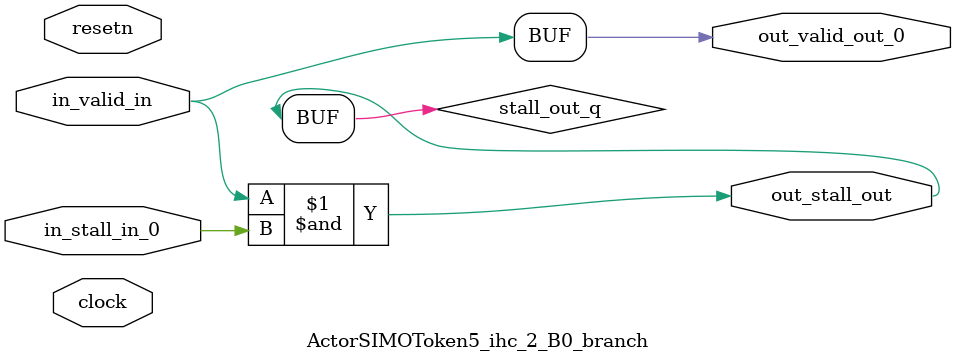
<source format=sv>



(* altera_attribute = "-name AUTO_SHIFT_REGISTER_RECOGNITION OFF; -name MESSAGE_DISABLE 10036; -name MESSAGE_DISABLE 10037; -name MESSAGE_DISABLE 14130; -name MESSAGE_DISABLE 14320; -name MESSAGE_DISABLE 15400; -name MESSAGE_DISABLE 14130; -name MESSAGE_DISABLE 10036; -name MESSAGE_DISABLE 12020; -name MESSAGE_DISABLE 12030; -name MESSAGE_DISABLE 12010; -name MESSAGE_DISABLE 12110; -name MESSAGE_DISABLE 14320; -name MESSAGE_DISABLE 13410; -name MESSAGE_DISABLE 113007; -name MESSAGE_DISABLE 10958" *)
module ActorSIMOToken5_ihc_2_B0_branch (
    input wire [0:0] in_stall_in_0,
    input wire [0:0] in_valid_in,
    output wire [0:0] out_stall_out,
    output wire [0:0] out_valid_out_0,
    input wire clock,
    input wire resetn
    );

    wire [0:0] stall_out_q;


    // stall_out(LOGICAL,6)
    assign stall_out_q = in_valid_in & in_stall_in_0;

    // out_stall_out(GPOUT,4)
    assign out_stall_out = stall_out_q;

    // out_valid_out_0(GPOUT,5)
    assign out_valid_out_0 = in_valid_in;

endmodule

</source>
